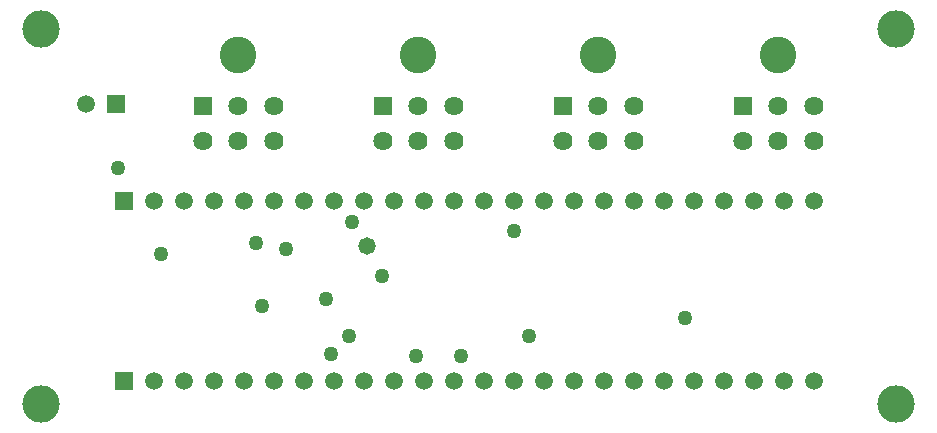
<source format=gbs>
G04*
G04 #@! TF.GenerationSoftware,Altium Limited,Altium Designer,21.2.0 (30)*
G04*
G04 Layer_Color=16711935*
%FSLAX23Y23*%
%MOIN*%
G70*
G04*
G04 #@! TF.SameCoordinates,F0910630-DBBB-4278-8751-63CB2971D6BE*
G04*
G04*
G04 #@! TF.FilePolarity,Negative*
G04*
G01*
G75*
%ADD36C,0.059*%
%ADD37R,0.059X0.059*%
%ADD38C,0.125*%
%ADD39C,0.122*%
%ADD40R,0.064X0.064*%
%ADD41C,0.064*%
%ADD42C,0.050*%
%ADD43C,0.050*%
%ADD53C,0.058*%
D36*
X500Y800D02*
D03*
X600D02*
D03*
X700D02*
D03*
X800D02*
D03*
X900D02*
D03*
X1000D02*
D03*
X1100D02*
D03*
X1200D02*
D03*
X1300D02*
D03*
X1400D02*
D03*
X1500D02*
D03*
X1600D02*
D03*
X1700D02*
D03*
X1800D02*
D03*
X1900D02*
D03*
X2000D02*
D03*
X2100D02*
D03*
X2200D02*
D03*
X2300D02*
D03*
X2400D02*
D03*
X2500D02*
D03*
X2600D02*
D03*
X2700D02*
D03*
Y200D02*
D03*
X2600D02*
D03*
X2500D02*
D03*
X2400D02*
D03*
X2300D02*
D03*
X2200D02*
D03*
X2100D02*
D03*
X2000D02*
D03*
X1900D02*
D03*
X1800D02*
D03*
X1700D02*
D03*
X1600D02*
D03*
X1500D02*
D03*
X1400D02*
D03*
X1300D02*
D03*
X1200D02*
D03*
X1100D02*
D03*
X1000D02*
D03*
X900D02*
D03*
X800D02*
D03*
X700D02*
D03*
X600D02*
D03*
X500D02*
D03*
X275Y1125D02*
D03*
D37*
X400Y800D02*
D03*
Y200D02*
D03*
X375Y1125D02*
D03*
D38*
X2975Y125D02*
D03*
Y1375D02*
D03*
X125Y125D02*
D03*
Y1375D02*
D03*
D39*
X2582Y1288D02*
D03*
X1982D02*
D03*
X1382D02*
D03*
X782D02*
D03*
D40*
X2464Y1118D02*
D03*
X1864D02*
D03*
X1264D02*
D03*
X664D02*
D03*
D41*
X2582D02*
D03*
X2464Y1000D02*
D03*
X2582D02*
D03*
X2700D02*
D03*
Y1118D02*
D03*
X1982D02*
D03*
X1864Y1000D02*
D03*
X1982D02*
D03*
X2100D02*
D03*
Y1118D02*
D03*
X1382D02*
D03*
X1264Y1000D02*
D03*
X1382D02*
D03*
X1500D02*
D03*
Y1118D02*
D03*
X782D02*
D03*
X664Y1000D02*
D03*
X782D02*
D03*
X900D02*
D03*
Y1118D02*
D03*
D42*
X1150Y350D02*
D03*
X860Y450D02*
D03*
X940Y640D02*
D03*
X1075Y475D02*
D03*
X1160Y730D02*
D03*
X1750Y350D02*
D03*
X380Y910D02*
D03*
X1525Y285D02*
D03*
X1375D02*
D03*
D43*
X1260Y550D02*
D03*
X840Y660D02*
D03*
X1090Y290D02*
D03*
X1700Y700D02*
D03*
X2272Y410D02*
D03*
X525Y625D02*
D03*
D53*
X1212Y650D02*
D03*
M02*

</source>
